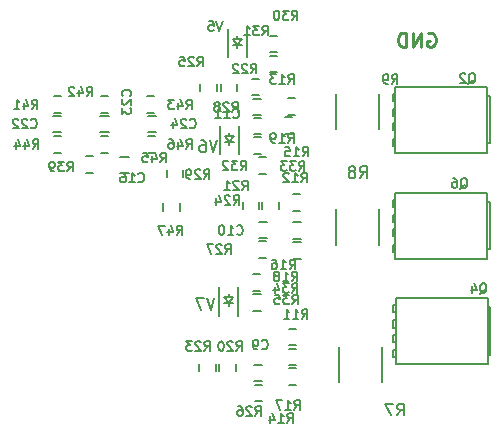
<source format=gbo>
G04 #@! TF.FileFunction,Legend,Bot*
%FSLAX46Y46*%
G04 Gerber Fmt 4.6, Leading zero omitted, Abs format (unit mm)*
G04 Created by KiCad (PCBNEW 4.0.6-e0-6349~53~ubuntu16.04.1) date Wed Mar  8 22:49:17 2017*
%MOMM*%
%LPD*%
G01*
G04 APERTURE LIST*
%ADD10C,0.100000*%
%ADD11C,0.250000*%
%ADD12C,0.150000*%
G04 APERTURE END LIST*
D10*
D11*
X175964285Y-80205000D02*
X176078571Y-80147857D01*
X176250000Y-80147857D01*
X176421428Y-80205000D01*
X176535714Y-80319286D01*
X176592857Y-80433571D01*
X176650000Y-80662143D01*
X176650000Y-80833571D01*
X176592857Y-81062143D01*
X176535714Y-81176429D01*
X176421428Y-81290714D01*
X176250000Y-81347857D01*
X176135714Y-81347857D01*
X175964285Y-81290714D01*
X175907142Y-81233571D01*
X175907142Y-80833571D01*
X176135714Y-80833571D01*
X175392857Y-81347857D02*
X175392857Y-80147857D01*
X174707142Y-81347857D01*
X174707142Y-80147857D01*
X174135714Y-81347857D02*
X174135714Y-80147857D01*
X173849999Y-80147857D01*
X173678571Y-80205000D01*
X173564285Y-80319286D01*
X173507142Y-80433571D01*
X173449999Y-80662143D01*
X173449999Y-80833571D01*
X173507142Y-81062143D01*
X173564285Y-81176429D01*
X173678571Y-81290714D01*
X173849999Y-81347857D01*
X174135714Y-81347857D01*
D12*
X159850000Y-80655000D02*
X159850000Y-80405000D01*
X159850000Y-81155000D02*
X159850000Y-81405000D01*
X159850000Y-81155000D02*
X160200000Y-80655000D01*
X160200000Y-80655000D02*
X159500000Y-80655000D01*
X159500000Y-80655000D02*
X159850000Y-81155000D01*
X160200000Y-81155000D02*
X159500000Y-81155000D01*
X159050000Y-82205000D02*
X159050000Y-79805000D01*
X160650000Y-82205000D02*
X160650000Y-79805000D01*
X164200000Y-109955000D02*
X164800000Y-109955000D01*
X164800000Y-108555000D02*
X164200000Y-108555000D01*
X172075000Y-109755000D02*
X172075000Y-106755000D01*
X168425000Y-106755000D02*
X168425000Y-109755000D01*
X159175000Y-88900000D02*
X159175000Y-88650000D01*
X159175000Y-89400000D02*
X159175000Y-89650000D01*
X159175000Y-89400000D02*
X159525000Y-88900000D01*
X159525000Y-88900000D02*
X158825000Y-88900000D01*
X158825000Y-88900000D02*
X159175000Y-89400000D01*
X159525000Y-89400000D02*
X158825000Y-89400000D01*
X158375000Y-90450000D02*
X158375000Y-88050000D01*
X159975000Y-90450000D02*
X159975000Y-88050000D01*
X159100000Y-102550000D02*
X159100000Y-102300000D01*
X159100000Y-103050000D02*
X159100000Y-103300000D01*
X159100000Y-103050000D02*
X159450000Y-102550000D01*
X159450000Y-102550000D02*
X158750000Y-102550000D01*
X158750000Y-102550000D02*
X159100000Y-103050000D01*
X159450000Y-103050000D02*
X158750000Y-103050000D01*
X158300000Y-104100000D02*
X158300000Y-101700000D01*
X159900000Y-104100000D02*
X159900000Y-101700000D01*
X171825000Y-98105000D02*
X171825000Y-95105000D01*
X168175000Y-95105000D02*
X168175000Y-98105000D01*
X181000000Y-89500000D02*
X181200000Y-89500000D01*
X181200000Y-89500000D02*
X181200000Y-85500000D01*
X181200000Y-85500000D02*
X181000000Y-85500000D01*
X173200000Y-85900000D02*
X173000000Y-85900000D01*
X173000000Y-85900000D02*
X173000000Y-85300000D01*
X173000000Y-85300000D02*
X173200000Y-85300000D01*
X173200000Y-87200000D02*
X173000000Y-87200000D01*
X173000000Y-87200000D02*
X173000000Y-86600000D01*
X173000000Y-86600000D02*
X173200000Y-86600000D01*
X173200000Y-88400000D02*
X173000000Y-88400000D01*
X173000000Y-88400000D02*
X173000000Y-87800000D01*
X173000000Y-87800000D02*
X173200000Y-87800000D01*
X173200000Y-89700000D02*
X173000000Y-89700000D01*
X173000000Y-89700000D02*
X173000000Y-89100000D01*
X173000000Y-89100000D02*
X173200000Y-89100000D01*
X181000000Y-90300000D02*
X181000000Y-84700000D01*
X181000000Y-84700000D02*
X173200000Y-84700000D01*
X173200000Y-84700000D02*
X173200000Y-90300000D01*
X173200000Y-90300000D02*
X181000000Y-90300000D01*
X181000000Y-98495000D02*
X181200000Y-98495000D01*
X181200000Y-98495000D02*
X181200000Y-94495000D01*
X181200000Y-94495000D02*
X181000000Y-94495000D01*
X173200000Y-94895000D02*
X173000000Y-94895000D01*
X173000000Y-94895000D02*
X173000000Y-94295000D01*
X173000000Y-94295000D02*
X173200000Y-94295000D01*
X173200000Y-96195000D02*
X173000000Y-96195000D01*
X173000000Y-96195000D02*
X173000000Y-95595000D01*
X173000000Y-95595000D02*
X173200000Y-95595000D01*
X173200000Y-97395000D02*
X173000000Y-97395000D01*
X173000000Y-97395000D02*
X173000000Y-96795000D01*
X173000000Y-96795000D02*
X173200000Y-96795000D01*
X173200000Y-98695000D02*
X173000000Y-98695000D01*
X173000000Y-98695000D02*
X173000000Y-98095000D01*
X173000000Y-98095000D02*
X173200000Y-98095000D01*
X181000000Y-99295000D02*
X181000000Y-93695000D01*
X181000000Y-93695000D02*
X173200000Y-93695000D01*
X173200000Y-93695000D02*
X173200000Y-99295000D01*
X173200000Y-99295000D02*
X181000000Y-99295000D01*
X181050000Y-107405000D02*
X181250000Y-107405000D01*
X181250000Y-107405000D02*
X181250000Y-103405000D01*
X181250000Y-103405000D02*
X181050000Y-103405000D01*
X173250000Y-103805000D02*
X173050000Y-103805000D01*
X173050000Y-103805000D02*
X173050000Y-103205000D01*
X173050000Y-103205000D02*
X173250000Y-103205000D01*
X173250000Y-105105000D02*
X173050000Y-105105000D01*
X173050000Y-105105000D02*
X173050000Y-104505000D01*
X173050000Y-104505000D02*
X173250000Y-104505000D01*
X173250000Y-106305000D02*
X173050000Y-106305000D01*
X173050000Y-106305000D02*
X173050000Y-105705000D01*
X173050000Y-105705000D02*
X173250000Y-105705000D01*
X173250000Y-107605000D02*
X173050000Y-107605000D01*
X173050000Y-107605000D02*
X173050000Y-107005000D01*
X173050000Y-107005000D02*
X173250000Y-107005000D01*
X181050000Y-108205000D02*
X181050000Y-102605000D01*
X181050000Y-102605000D02*
X173250000Y-102605000D01*
X173250000Y-102605000D02*
X173250000Y-108205000D01*
X173250000Y-108205000D02*
X181050000Y-108205000D01*
X168175000Y-85300000D02*
X168175000Y-88300000D01*
X171825000Y-88300000D02*
X171825000Y-85300000D01*
X162600000Y-81800000D02*
X163200000Y-81800000D01*
X163200000Y-80400000D02*
X162600000Y-80400000D01*
X162600000Y-83500000D02*
X163200000Y-83500000D01*
X163200000Y-82100000D02*
X162600000Y-82100000D01*
X161225000Y-90400000D02*
X161825000Y-90400000D01*
X161825000Y-89000000D02*
X161225000Y-89000000D01*
X161675000Y-92075000D02*
X162275000Y-92075000D01*
X162275000Y-90675000D02*
X161675000Y-90675000D01*
X161200000Y-102000000D02*
X161800000Y-102000000D01*
X161800000Y-100600000D02*
X161200000Y-100600000D01*
X161210000Y-103700000D02*
X161810000Y-103700000D01*
X161810000Y-102300000D02*
X161210000Y-102300000D01*
X163900000Y-88700000D02*
X164500000Y-88700000D01*
X164500000Y-87300000D02*
X163900000Y-87300000D01*
X164600000Y-99305000D02*
X165200000Y-99305000D01*
X165200000Y-97905000D02*
X164600000Y-97905000D01*
X164800000Y-106905000D02*
X164200000Y-106905000D01*
X164200000Y-108305000D02*
X164800000Y-108305000D01*
X165200000Y-96205000D02*
X164600000Y-96205000D01*
X164600000Y-97605000D02*
X165200000Y-97605000D01*
X164700000Y-85700000D02*
X164100000Y-85700000D01*
X164100000Y-87100000D02*
X164700000Y-87100000D01*
X158300000Y-108200000D02*
X158300000Y-108800000D01*
X159700000Y-108800000D02*
X159700000Y-108200000D01*
X163350000Y-95100000D02*
X163350000Y-94500000D01*
X161950000Y-94500000D02*
X161950000Y-95100000D01*
X159825000Y-85100000D02*
X159825000Y-84500000D01*
X158425000Y-84500000D02*
X158425000Y-85100000D01*
X158000000Y-108800000D02*
X158000000Y-108200000D01*
X156600000Y-108200000D02*
X156600000Y-108800000D01*
X160300000Y-94500000D02*
X160300000Y-95100000D01*
X161700000Y-95100000D02*
X161700000Y-94500000D01*
X156700000Y-84490000D02*
X156700000Y-85090000D01*
X158100000Y-85090000D02*
X158100000Y-84490000D01*
X161900000Y-109950000D02*
X161300000Y-109950000D01*
X161300000Y-111350000D02*
X161900000Y-111350000D01*
X162300000Y-97800000D02*
X161700000Y-97800000D01*
X161700000Y-99200000D02*
X162300000Y-99200000D01*
X161825000Y-87325000D02*
X161225000Y-87325000D01*
X161225000Y-88725000D02*
X161825000Y-88725000D01*
X153850000Y-91800000D02*
X153850000Y-92400000D01*
X155250000Y-92400000D02*
X155250000Y-91800000D01*
X161220000Y-109630000D02*
X161920000Y-109630000D01*
X161920000Y-108270000D02*
X161220000Y-108270000D01*
X161650000Y-97530000D02*
X162350000Y-97530000D01*
X162350000Y-96170000D02*
X161650000Y-96170000D01*
X161150000Y-87080000D02*
X161850000Y-87080000D01*
X161850000Y-85720000D02*
X161150000Y-85720000D01*
X164200000Y-106605000D02*
X164800000Y-106605000D01*
X164800000Y-105205000D02*
X164200000Y-105205000D01*
X164550000Y-95200000D02*
X165150000Y-95200000D01*
X165150000Y-93800000D02*
X164550000Y-93800000D01*
X161075000Y-85450000D02*
X161675000Y-85450000D01*
X161675000Y-84050000D02*
X161075000Y-84050000D01*
X144250000Y-88580000D02*
X144950000Y-88580000D01*
X144950000Y-87220000D02*
X144250000Y-87220000D01*
X148950000Y-87220000D02*
X148250000Y-87220000D01*
X148250000Y-88580000D02*
X148950000Y-88580000D01*
X152950000Y-87220000D02*
X152250000Y-87220000D01*
X152250000Y-88580000D02*
X152950000Y-88580000D01*
X147650000Y-90605000D02*
X147050000Y-90605000D01*
X147050000Y-92005000D02*
X147650000Y-92005000D01*
X144890000Y-85500000D02*
X144290000Y-85500000D01*
X144290000Y-86900000D02*
X144890000Y-86900000D01*
X148300000Y-86900000D02*
X148900000Y-86900000D01*
X148900000Y-85500000D02*
X148300000Y-85500000D01*
X152200000Y-86900000D02*
X152800000Y-86900000D01*
X152800000Y-85500000D02*
X152200000Y-85500000D01*
X144300000Y-90300000D02*
X144900000Y-90300000D01*
X144900000Y-88900000D02*
X144300000Y-88900000D01*
X148900000Y-88900000D02*
X148300000Y-88900000D01*
X148300000Y-90300000D02*
X148900000Y-90300000D01*
X152900000Y-88900000D02*
X152300000Y-88900000D01*
X152300000Y-90300000D02*
X152900000Y-90300000D01*
X153550000Y-94600000D02*
X153550000Y-95200000D01*
X154950000Y-95200000D02*
X154950000Y-94600000D01*
X149950000Y-91985000D02*
X150650000Y-91985000D01*
X150650000Y-90625000D02*
X149950000Y-90625000D01*
X158597619Y-79166905D02*
X158330952Y-79966905D01*
X158064285Y-79166905D01*
X157416666Y-79166905D02*
X157797619Y-79166905D01*
X157835714Y-79547857D01*
X157797619Y-79509762D01*
X157721428Y-79471667D01*
X157530952Y-79471667D01*
X157454762Y-79509762D01*
X157416666Y-79547857D01*
X157378571Y-79624048D01*
X157378571Y-79814524D01*
X157416666Y-79890714D01*
X157454762Y-79928810D01*
X157530952Y-79966905D01*
X157721428Y-79966905D01*
X157797619Y-79928810D01*
X157835714Y-79890714D01*
X164064286Y-113166905D02*
X164330953Y-112785952D01*
X164521429Y-113166905D02*
X164521429Y-112366905D01*
X164216667Y-112366905D01*
X164140476Y-112405000D01*
X164102381Y-112443095D01*
X164064286Y-112519286D01*
X164064286Y-112633571D01*
X164102381Y-112709762D01*
X164140476Y-112747857D01*
X164216667Y-112785952D01*
X164521429Y-112785952D01*
X163302381Y-113166905D02*
X163759524Y-113166905D01*
X163530953Y-113166905D02*
X163530953Y-112366905D01*
X163607143Y-112481190D01*
X163683334Y-112557381D01*
X163759524Y-112595476D01*
X162616667Y-112633571D02*
X162616667Y-113166905D01*
X162807143Y-112328810D02*
X162997619Y-112900238D01*
X162502381Y-112900238D01*
X173386666Y-112542381D02*
X173720000Y-112066190D01*
X173958095Y-112542381D02*
X173958095Y-111542381D01*
X173577142Y-111542381D01*
X173481904Y-111590000D01*
X173434285Y-111637619D01*
X173386666Y-111732857D01*
X173386666Y-111875714D01*
X173434285Y-111970952D01*
X173481904Y-112018571D01*
X173577142Y-112066190D01*
X173958095Y-112066190D01*
X173053333Y-111542381D02*
X172386666Y-111542381D01*
X172815238Y-112542381D01*
X158159524Y-89257381D02*
X157826191Y-90257381D01*
X157492857Y-89257381D01*
X156730952Y-89257381D02*
X156921429Y-89257381D01*
X157016667Y-89305000D01*
X157064286Y-89352619D01*
X157159524Y-89495476D01*
X157207143Y-89685952D01*
X157207143Y-90066905D01*
X157159524Y-90162143D01*
X157111905Y-90209762D01*
X157016667Y-90257381D01*
X156826190Y-90257381D01*
X156730952Y-90209762D01*
X156683333Y-90162143D01*
X156635714Y-90066905D01*
X156635714Y-89828810D01*
X156683333Y-89733571D01*
X156730952Y-89685952D01*
X156826190Y-89638333D01*
X157016667Y-89638333D01*
X157111905Y-89685952D01*
X157159524Y-89733571D01*
X157207143Y-89828810D01*
X157909524Y-102602381D02*
X157576191Y-103602381D01*
X157242857Y-102602381D01*
X157004762Y-102602381D02*
X156338095Y-102602381D01*
X156766667Y-103602381D01*
X170216666Y-92452381D02*
X170550000Y-91976190D01*
X170788095Y-92452381D02*
X170788095Y-91452381D01*
X170407142Y-91452381D01*
X170311904Y-91500000D01*
X170264285Y-91547619D01*
X170216666Y-91642857D01*
X170216666Y-91785714D01*
X170264285Y-91880952D01*
X170311904Y-91928571D01*
X170407142Y-91976190D01*
X170788095Y-91976190D01*
X169645238Y-91880952D02*
X169740476Y-91833333D01*
X169788095Y-91785714D01*
X169835714Y-91690476D01*
X169835714Y-91642857D01*
X169788095Y-91547619D01*
X169740476Y-91500000D01*
X169645238Y-91452381D01*
X169454761Y-91452381D01*
X169359523Y-91500000D01*
X169311904Y-91547619D01*
X169264285Y-91642857D01*
X169264285Y-91690476D01*
X169311904Y-91785714D01*
X169359523Y-91833333D01*
X169454761Y-91880952D01*
X169645238Y-91880952D01*
X169740476Y-91928571D01*
X169788095Y-91976190D01*
X169835714Y-92071429D01*
X169835714Y-92261905D01*
X169788095Y-92357143D01*
X169740476Y-92404762D01*
X169645238Y-92452381D01*
X169454761Y-92452381D01*
X169359523Y-92404762D01*
X169311904Y-92357143D01*
X169264285Y-92261905D01*
X169264285Y-92071429D01*
X169311904Y-91976190D01*
X169359523Y-91928571D01*
X169454761Y-91880952D01*
X179416190Y-84448095D02*
X179492381Y-84410000D01*
X179568571Y-84333810D01*
X179682857Y-84219524D01*
X179759048Y-84181429D01*
X179835238Y-84181429D01*
X179797143Y-84371905D02*
X179873333Y-84333810D01*
X179949524Y-84257619D01*
X179987619Y-84105238D01*
X179987619Y-83838571D01*
X179949524Y-83686190D01*
X179873333Y-83610000D01*
X179797143Y-83571905D01*
X179644762Y-83571905D01*
X179568571Y-83610000D01*
X179492381Y-83686190D01*
X179454286Y-83838571D01*
X179454286Y-84105238D01*
X179492381Y-84257619D01*
X179568571Y-84333810D01*
X179644762Y-84371905D01*
X179797143Y-84371905D01*
X179149524Y-83648095D02*
X179111429Y-83610000D01*
X179035238Y-83571905D01*
X178844762Y-83571905D01*
X178768572Y-83610000D01*
X178730476Y-83648095D01*
X178692381Y-83724286D01*
X178692381Y-83800476D01*
X178730476Y-83914762D01*
X179187619Y-84371905D01*
X178692381Y-84371905D01*
X178726190Y-93343095D02*
X178802381Y-93305000D01*
X178878571Y-93228810D01*
X178992857Y-93114524D01*
X179069048Y-93076429D01*
X179145238Y-93076429D01*
X179107143Y-93266905D02*
X179183333Y-93228810D01*
X179259524Y-93152619D01*
X179297619Y-93000238D01*
X179297619Y-92733571D01*
X179259524Y-92581190D01*
X179183333Y-92505000D01*
X179107143Y-92466905D01*
X178954762Y-92466905D01*
X178878571Y-92505000D01*
X178802381Y-92581190D01*
X178764286Y-92733571D01*
X178764286Y-93000238D01*
X178802381Y-93152619D01*
X178878571Y-93228810D01*
X178954762Y-93266905D01*
X179107143Y-93266905D01*
X178078572Y-92466905D02*
X178230953Y-92466905D01*
X178307143Y-92505000D01*
X178345238Y-92543095D01*
X178421429Y-92657381D01*
X178459524Y-92809762D01*
X178459524Y-93114524D01*
X178421429Y-93190714D01*
X178383334Y-93228810D01*
X178307143Y-93266905D01*
X178154762Y-93266905D01*
X178078572Y-93228810D01*
X178040476Y-93190714D01*
X178002381Y-93114524D01*
X178002381Y-92924048D01*
X178040476Y-92847857D01*
X178078572Y-92809762D01*
X178154762Y-92771667D01*
X178307143Y-92771667D01*
X178383334Y-92809762D01*
X178421429Y-92847857D01*
X178459524Y-92924048D01*
X180366190Y-102228095D02*
X180442381Y-102190000D01*
X180518571Y-102113810D01*
X180632857Y-101999524D01*
X180709048Y-101961429D01*
X180785238Y-101961429D01*
X180747143Y-102151905D02*
X180823333Y-102113810D01*
X180899524Y-102037619D01*
X180937619Y-101885238D01*
X180937619Y-101618571D01*
X180899524Y-101466190D01*
X180823333Y-101390000D01*
X180747143Y-101351905D01*
X180594762Y-101351905D01*
X180518571Y-101390000D01*
X180442381Y-101466190D01*
X180404286Y-101618571D01*
X180404286Y-101885238D01*
X180442381Y-102037619D01*
X180518571Y-102113810D01*
X180594762Y-102151905D01*
X180747143Y-102151905D01*
X179718572Y-101618571D02*
X179718572Y-102151905D01*
X179909048Y-101313810D02*
X180099524Y-101885238D01*
X179604286Y-101885238D01*
X172943333Y-84461905D02*
X173210000Y-84080952D01*
X173400476Y-84461905D02*
X173400476Y-83661905D01*
X173095714Y-83661905D01*
X173019523Y-83700000D01*
X172981428Y-83738095D01*
X172943333Y-83814286D01*
X172943333Y-83928571D01*
X172981428Y-84004762D01*
X173019523Y-84042857D01*
X173095714Y-84080952D01*
X173400476Y-84080952D01*
X172562381Y-84461905D02*
X172410000Y-84461905D01*
X172333809Y-84423810D01*
X172295714Y-84385714D01*
X172219523Y-84271429D01*
X172181428Y-84119048D01*
X172181428Y-83814286D01*
X172219523Y-83738095D01*
X172257619Y-83700000D01*
X172333809Y-83661905D01*
X172486190Y-83661905D01*
X172562381Y-83700000D01*
X172600476Y-83738095D01*
X172638571Y-83814286D01*
X172638571Y-84004762D01*
X172600476Y-84080952D01*
X172562381Y-84119048D01*
X172486190Y-84157143D01*
X172333809Y-84157143D01*
X172257619Y-84119048D01*
X172219523Y-84080952D01*
X172181428Y-84004762D01*
X164464286Y-79066905D02*
X164730953Y-78685952D01*
X164921429Y-79066905D02*
X164921429Y-78266905D01*
X164616667Y-78266905D01*
X164540476Y-78305000D01*
X164502381Y-78343095D01*
X164464286Y-78419286D01*
X164464286Y-78533571D01*
X164502381Y-78609762D01*
X164540476Y-78647857D01*
X164616667Y-78685952D01*
X164921429Y-78685952D01*
X164197619Y-78266905D02*
X163702381Y-78266905D01*
X163969048Y-78571667D01*
X163854762Y-78571667D01*
X163778572Y-78609762D01*
X163740476Y-78647857D01*
X163702381Y-78724048D01*
X163702381Y-78914524D01*
X163740476Y-78990714D01*
X163778572Y-79028810D01*
X163854762Y-79066905D01*
X164083334Y-79066905D01*
X164159524Y-79028810D01*
X164197619Y-78990714D01*
X163207143Y-78266905D02*
X163130952Y-78266905D01*
X163054762Y-78305000D01*
X163016667Y-78343095D01*
X162978571Y-78419286D01*
X162940476Y-78571667D01*
X162940476Y-78762143D01*
X162978571Y-78914524D01*
X163016667Y-78990714D01*
X163054762Y-79028810D01*
X163130952Y-79066905D01*
X163207143Y-79066905D01*
X163283333Y-79028810D01*
X163321429Y-78990714D01*
X163359524Y-78914524D01*
X163397619Y-78762143D01*
X163397619Y-78571667D01*
X163359524Y-78419286D01*
X163321429Y-78343095D01*
X163283333Y-78305000D01*
X163207143Y-78266905D01*
X161964286Y-80366905D02*
X162230953Y-79985952D01*
X162421429Y-80366905D02*
X162421429Y-79566905D01*
X162116667Y-79566905D01*
X162040476Y-79605000D01*
X162002381Y-79643095D01*
X161964286Y-79719286D01*
X161964286Y-79833571D01*
X162002381Y-79909762D01*
X162040476Y-79947857D01*
X162116667Y-79985952D01*
X162421429Y-79985952D01*
X161697619Y-79566905D02*
X161202381Y-79566905D01*
X161469048Y-79871667D01*
X161354762Y-79871667D01*
X161278572Y-79909762D01*
X161240476Y-79947857D01*
X161202381Y-80024048D01*
X161202381Y-80214524D01*
X161240476Y-80290714D01*
X161278572Y-80328810D01*
X161354762Y-80366905D01*
X161583334Y-80366905D01*
X161659524Y-80328810D01*
X161697619Y-80290714D01*
X160440476Y-80366905D02*
X160897619Y-80366905D01*
X160669048Y-80366905D02*
X160669048Y-79566905D01*
X160745238Y-79681190D01*
X160821429Y-79757381D01*
X160897619Y-79795476D01*
X160114286Y-91766905D02*
X160380953Y-91385952D01*
X160571429Y-91766905D02*
X160571429Y-90966905D01*
X160266667Y-90966905D01*
X160190476Y-91005000D01*
X160152381Y-91043095D01*
X160114286Y-91119286D01*
X160114286Y-91233571D01*
X160152381Y-91309762D01*
X160190476Y-91347857D01*
X160266667Y-91385952D01*
X160571429Y-91385952D01*
X159847619Y-90966905D02*
X159352381Y-90966905D01*
X159619048Y-91271667D01*
X159504762Y-91271667D01*
X159428572Y-91309762D01*
X159390476Y-91347857D01*
X159352381Y-91424048D01*
X159352381Y-91614524D01*
X159390476Y-91690714D01*
X159428572Y-91728810D01*
X159504762Y-91766905D01*
X159733334Y-91766905D01*
X159809524Y-91728810D01*
X159847619Y-91690714D01*
X159047619Y-91043095D02*
X159009524Y-91005000D01*
X158933333Y-90966905D01*
X158742857Y-90966905D01*
X158666667Y-91005000D01*
X158628571Y-91043095D01*
X158590476Y-91119286D01*
X158590476Y-91195476D01*
X158628571Y-91309762D01*
X159085714Y-91766905D01*
X158590476Y-91766905D01*
X165064286Y-91816905D02*
X165330953Y-91435952D01*
X165521429Y-91816905D02*
X165521429Y-91016905D01*
X165216667Y-91016905D01*
X165140476Y-91055000D01*
X165102381Y-91093095D01*
X165064286Y-91169286D01*
X165064286Y-91283571D01*
X165102381Y-91359762D01*
X165140476Y-91397857D01*
X165216667Y-91435952D01*
X165521429Y-91435952D01*
X164797619Y-91016905D02*
X164302381Y-91016905D01*
X164569048Y-91321667D01*
X164454762Y-91321667D01*
X164378572Y-91359762D01*
X164340476Y-91397857D01*
X164302381Y-91474048D01*
X164302381Y-91664524D01*
X164340476Y-91740714D01*
X164378572Y-91778810D01*
X164454762Y-91816905D01*
X164683334Y-91816905D01*
X164759524Y-91778810D01*
X164797619Y-91740714D01*
X164035714Y-91016905D02*
X163540476Y-91016905D01*
X163807143Y-91321667D01*
X163692857Y-91321667D01*
X163616667Y-91359762D01*
X163578571Y-91397857D01*
X163540476Y-91474048D01*
X163540476Y-91664524D01*
X163578571Y-91740714D01*
X163616667Y-91778810D01*
X163692857Y-91816905D01*
X163921429Y-91816905D01*
X163997619Y-91778810D01*
X164035714Y-91740714D01*
X164464286Y-102166905D02*
X164730953Y-101785952D01*
X164921429Y-102166905D02*
X164921429Y-101366905D01*
X164616667Y-101366905D01*
X164540476Y-101405000D01*
X164502381Y-101443095D01*
X164464286Y-101519286D01*
X164464286Y-101633571D01*
X164502381Y-101709762D01*
X164540476Y-101747857D01*
X164616667Y-101785952D01*
X164921429Y-101785952D01*
X164197619Y-101366905D02*
X163702381Y-101366905D01*
X163969048Y-101671667D01*
X163854762Y-101671667D01*
X163778572Y-101709762D01*
X163740476Y-101747857D01*
X163702381Y-101824048D01*
X163702381Y-102014524D01*
X163740476Y-102090714D01*
X163778572Y-102128810D01*
X163854762Y-102166905D01*
X164083334Y-102166905D01*
X164159524Y-102128810D01*
X164197619Y-102090714D01*
X163016667Y-101633571D02*
X163016667Y-102166905D01*
X163207143Y-101328810D02*
X163397619Y-101900238D01*
X162902381Y-101900238D01*
X164504286Y-103131905D02*
X164770953Y-102750952D01*
X164961429Y-103131905D02*
X164961429Y-102331905D01*
X164656667Y-102331905D01*
X164580476Y-102370000D01*
X164542381Y-102408095D01*
X164504286Y-102484286D01*
X164504286Y-102598571D01*
X164542381Y-102674762D01*
X164580476Y-102712857D01*
X164656667Y-102750952D01*
X164961429Y-102750952D01*
X164237619Y-102331905D02*
X163742381Y-102331905D01*
X164009048Y-102636667D01*
X163894762Y-102636667D01*
X163818572Y-102674762D01*
X163780476Y-102712857D01*
X163742381Y-102789048D01*
X163742381Y-102979524D01*
X163780476Y-103055714D01*
X163818572Y-103093810D01*
X163894762Y-103131905D01*
X164123334Y-103131905D01*
X164199524Y-103093810D01*
X164237619Y-103055714D01*
X163018571Y-102331905D02*
X163399524Y-102331905D01*
X163437619Y-102712857D01*
X163399524Y-102674762D01*
X163323333Y-102636667D01*
X163132857Y-102636667D01*
X163056667Y-102674762D01*
X163018571Y-102712857D01*
X162980476Y-102789048D01*
X162980476Y-102979524D01*
X163018571Y-103055714D01*
X163056667Y-103093810D01*
X163132857Y-103131905D01*
X163323333Y-103131905D01*
X163399524Y-103093810D01*
X163437619Y-103055714D01*
X165364286Y-90616905D02*
X165630953Y-90235952D01*
X165821429Y-90616905D02*
X165821429Y-89816905D01*
X165516667Y-89816905D01*
X165440476Y-89855000D01*
X165402381Y-89893095D01*
X165364286Y-89969286D01*
X165364286Y-90083571D01*
X165402381Y-90159762D01*
X165440476Y-90197857D01*
X165516667Y-90235952D01*
X165821429Y-90235952D01*
X164602381Y-90616905D02*
X165059524Y-90616905D01*
X164830953Y-90616905D02*
X164830953Y-89816905D01*
X164907143Y-89931190D01*
X164983334Y-90007381D01*
X165059524Y-90045476D01*
X163878571Y-89816905D02*
X164259524Y-89816905D01*
X164297619Y-90197857D01*
X164259524Y-90159762D01*
X164183333Y-90121667D01*
X163992857Y-90121667D01*
X163916667Y-90159762D01*
X163878571Y-90197857D01*
X163840476Y-90274048D01*
X163840476Y-90464524D01*
X163878571Y-90540714D01*
X163916667Y-90578810D01*
X163992857Y-90616905D01*
X164183333Y-90616905D01*
X164259524Y-90578810D01*
X164297619Y-90540714D01*
X164264286Y-100166905D02*
X164530953Y-99785952D01*
X164721429Y-100166905D02*
X164721429Y-99366905D01*
X164416667Y-99366905D01*
X164340476Y-99405000D01*
X164302381Y-99443095D01*
X164264286Y-99519286D01*
X164264286Y-99633571D01*
X164302381Y-99709762D01*
X164340476Y-99747857D01*
X164416667Y-99785952D01*
X164721429Y-99785952D01*
X163502381Y-100166905D02*
X163959524Y-100166905D01*
X163730953Y-100166905D02*
X163730953Y-99366905D01*
X163807143Y-99481190D01*
X163883334Y-99557381D01*
X163959524Y-99595476D01*
X162816667Y-99366905D02*
X162969048Y-99366905D01*
X163045238Y-99405000D01*
X163083333Y-99443095D01*
X163159524Y-99557381D01*
X163197619Y-99709762D01*
X163197619Y-100014524D01*
X163159524Y-100090714D01*
X163121429Y-100128810D01*
X163045238Y-100166905D01*
X162892857Y-100166905D01*
X162816667Y-100128810D01*
X162778571Y-100090714D01*
X162740476Y-100014524D01*
X162740476Y-99824048D01*
X162778571Y-99747857D01*
X162816667Y-99709762D01*
X162892857Y-99671667D01*
X163045238Y-99671667D01*
X163121429Y-99709762D01*
X163159524Y-99747857D01*
X163197619Y-99824048D01*
X164664286Y-112066905D02*
X164930953Y-111685952D01*
X165121429Y-112066905D02*
X165121429Y-111266905D01*
X164816667Y-111266905D01*
X164740476Y-111305000D01*
X164702381Y-111343095D01*
X164664286Y-111419286D01*
X164664286Y-111533571D01*
X164702381Y-111609762D01*
X164740476Y-111647857D01*
X164816667Y-111685952D01*
X165121429Y-111685952D01*
X163902381Y-112066905D02*
X164359524Y-112066905D01*
X164130953Y-112066905D02*
X164130953Y-111266905D01*
X164207143Y-111381190D01*
X164283334Y-111457381D01*
X164359524Y-111495476D01*
X163635714Y-111266905D02*
X163102381Y-111266905D01*
X163445238Y-112066905D01*
X164464286Y-101166905D02*
X164730953Y-100785952D01*
X164921429Y-101166905D02*
X164921429Y-100366905D01*
X164616667Y-100366905D01*
X164540476Y-100405000D01*
X164502381Y-100443095D01*
X164464286Y-100519286D01*
X164464286Y-100633571D01*
X164502381Y-100709762D01*
X164540476Y-100747857D01*
X164616667Y-100785952D01*
X164921429Y-100785952D01*
X163702381Y-101166905D02*
X164159524Y-101166905D01*
X163930953Y-101166905D02*
X163930953Y-100366905D01*
X164007143Y-100481190D01*
X164083334Y-100557381D01*
X164159524Y-100595476D01*
X163245238Y-100709762D02*
X163321429Y-100671667D01*
X163359524Y-100633571D01*
X163397619Y-100557381D01*
X163397619Y-100519286D01*
X163359524Y-100443095D01*
X163321429Y-100405000D01*
X163245238Y-100366905D01*
X163092857Y-100366905D01*
X163016667Y-100405000D01*
X162978571Y-100443095D01*
X162940476Y-100519286D01*
X162940476Y-100557381D01*
X162978571Y-100633571D01*
X163016667Y-100671667D01*
X163092857Y-100709762D01*
X163245238Y-100709762D01*
X163321429Y-100747857D01*
X163359524Y-100785952D01*
X163397619Y-100862143D01*
X163397619Y-101014524D01*
X163359524Y-101090714D01*
X163321429Y-101128810D01*
X163245238Y-101166905D01*
X163092857Y-101166905D01*
X163016667Y-101128810D01*
X162978571Y-101090714D01*
X162940476Y-101014524D01*
X162940476Y-100862143D01*
X162978571Y-100785952D01*
X163016667Y-100747857D01*
X163092857Y-100709762D01*
X164164286Y-89466905D02*
X164430953Y-89085952D01*
X164621429Y-89466905D02*
X164621429Y-88666905D01*
X164316667Y-88666905D01*
X164240476Y-88705000D01*
X164202381Y-88743095D01*
X164164286Y-88819286D01*
X164164286Y-88933571D01*
X164202381Y-89009762D01*
X164240476Y-89047857D01*
X164316667Y-89085952D01*
X164621429Y-89085952D01*
X163402381Y-89466905D02*
X163859524Y-89466905D01*
X163630953Y-89466905D02*
X163630953Y-88666905D01*
X163707143Y-88781190D01*
X163783334Y-88857381D01*
X163859524Y-88895476D01*
X163021429Y-89466905D02*
X162869048Y-89466905D01*
X162792857Y-89428810D01*
X162754762Y-89390714D01*
X162678571Y-89276429D01*
X162640476Y-89124048D01*
X162640476Y-88819286D01*
X162678571Y-88743095D01*
X162716667Y-88705000D01*
X162792857Y-88666905D01*
X162945238Y-88666905D01*
X163021429Y-88705000D01*
X163059524Y-88743095D01*
X163097619Y-88819286D01*
X163097619Y-89009762D01*
X163059524Y-89085952D01*
X163021429Y-89124048D01*
X162945238Y-89162143D01*
X162792857Y-89162143D01*
X162716667Y-89124048D01*
X162678571Y-89085952D01*
X162640476Y-89009762D01*
X159764286Y-107066905D02*
X160030953Y-106685952D01*
X160221429Y-107066905D02*
X160221429Y-106266905D01*
X159916667Y-106266905D01*
X159840476Y-106305000D01*
X159802381Y-106343095D01*
X159764286Y-106419286D01*
X159764286Y-106533571D01*
X159802381Y-106609762D01*
X159840476Y-106647857D01*
X159916667Y-106685952D01*
X160221429Y-106685952D01*
X159459524Y-106343095D02*
X159421429Y-106305000D01*
X159345238Y-106266905D01*
X159154762Y-106266905D01*
X159078572Y-106305000D01*
X159040476Y-106343095D01*
X159002381Y-106419286D01*
X159002381Y-106495476D01*
X159040476Y-106609762D01*
X159497619Y-107066905D01*
X159002381Y-107066905D01*
X158507143Y-106266905D02*
X158430952Y-106266905D01*
X158354762Y-106305000D01*
X158316667Y-106343095D01*
X158278571Y-106419286D01*
X158240476Y-106571667D01*
X158240476Y-106762143D01*
X158278571Y-106914524D01*
X158316667Y-106990714D01*
X158354762Y-107028810D01*
X158430952Y-107066905D01*
X158507143Y-107066905D01*
X158583333Y-107028810D01*
X158621429Y-106990714D01*
X158659524Y-106914524D01*
X158697619Y-106762143D01*
X158697619Y-106571667D01*
X158659524Y-106419286D01*
X158621429Y-106343095D01*
X158583333Y-106305000D01*
X158507143Y-106266905D01*
X160264286Y-93461905D02*
X160530953Y-93080952D01*
X160721429Y-93461905D02*
X160721429Y-92661905D01*
X160416667Y-92661905D01*
X160340476Y-92700000D01*
X160302381Y-92738095D01*
X160264286Y-92814286D01*
X160264286Y-92928571D01*
X160302381Y-93004762D01*
X160340476Y-93042857D01*
X160416667Y-93080952D01*
X160721429Y-93080952D01*
X159959524Y-92738095D02*
X159921429Y-92700000D01*
X159845238Y-92661905D01*
X159654762Y-92661905D01*
X159578572Y-92700000D01*
X159540476Y-92738095D01*
X159502381Y-92814286D01*
X159502381Y-92890476D01*
X159540476Y-93004762D01*
X159997619Y-93461905D01*
X159502381Y-93461905D01*
X158740476Y-93461905D02*
X159197619Y-93461905D01*
X158969048Y-93461905D02*
X158969048Y-92661905D01*
X159045238Y-92776190D01*
X159121429Y-92852381D01*
X159197619Y-92890476D01*
X161004286Y-83591905D02*
X161270953Y-83210952D01*
X161461429Y-83591905D02*
X161461429Y-82791905D01*
X161156667Y-82791905D01*
X161080476Y-82830000D01*
X161042381Y-82868095D01*
X161004286Y-82944286D01*
X161004286Y-83058571D01*
X161042381Y-83134762D01*
X161080476Y-83172857D01*
X161156667Y-83210952D01*
X161461429Y-83210952D01*
X160699524Y-82868095D02*
X160661429Y-82830000D01*
X160585238Y-82791905D01*
X160394762Y-82791905D01*
X160318572Y-82830000D01*
X160280476Y-82868095D01*
X160242381Y-82944286D01*
X160242381Y-83020476D01*
X160280476Y-83134762D01*
X160737619Y-83591905D01*
X160242381Y-83591905D01*
X159937619Y-82868095D02*
X159899524Y-82830000D01*
X159823333Y-82791905D01*
X159632857Y-82791905D01*
X159556667Y-82830000D01*
X159518571Y-82868095D01*
X159480476Y-82944286D01*
X159480476Y-83020476D01*
X159518571Y-83134762D01*
X159975714Y-83591905D01*
X159480476Y-83591905D01*
X157064286Y-107066905D02*
X157330953Y-106685952D01*
X157521429Y-107066905D02*
X157521429Y-106266905D01*
X157216667Y-106266905D01*
X157140476Y-106305000D01*
X157102381Y-106343095D01*
X157064286Y-106419286D01*
X157064286Y-106533571D01*
X157102381Y-106609762D01*
X157140476Y-106647857D01*
X157216667Y-106685952D01*
X157521429Y-106685952D01*
X156759524Y-106343095D02*
X156721429Y-106305000D01*
X156645238Y-106266905D01*
X156454762Y-106266905D01*
X156378572Y-106305000D01*
X156340476Y-106343095D01*
X156302381Y-106419286D01*
X156302381Y-106495476D01*
X156340476Y-106609762D01*
X156797619Y-107066905D01*
X156302381Y-107066905D01*
X156035714Y-106266905D02*
X155540476Y-106266905D01*
X155807143Y-106571667D01*
X155692857Y-106571667D01*
X155616667Y-106609762D01*
X155578571Y-106647857D01*
X155540476Y-106724048D01*
X155540476Y-106914524D01*
X155578571Y-106990714D01*
X155616667Y-107028810D01*
X155692857Y-107066905D01*
X155921429Y-107066905D01*
X155997619Y-107028810D01*
X156035714Y-106990714D01*
X159524286Y-94701905D02*
X159790953Y-94320952D01*
X159981429Y-94701905D02*
X159981429Y-93901905D01*
X159676667Y-93901905D01*
X159600476Y-93940000D01*
X159562381Y-93978095D01*
X159524286Y-94054286D01*
X159524286Y-94168571D01*
X159562381Y-94244762D01*
X159600476Y-94282857D01*
X159676667Y-94320952D01*
X159981429Y-94320952D01*
X159219524Y-93978095D02*
X159181429Y-93940000D01*
X159105238Y-93901905D01*
X158914762Y-93901905D01*
X158838572Y-93940000D01*
X158800476Y-93978095D01*
X158762381Y-94054286D01*
X158762381Y-94130476D01*
X158800476Y-94244762D01*
X159257619Y-94701905D01*
X158762381Y-94701905D01*
X158076667Y-94168571D02*
X158076667Y-94701905D01*
X158267143Y-93863810D02*
X158457619Y-94435238D01*
X157962381Y-94435238D01*
X156464286Y-82966905D02*
X156730953Y-82585952D01*
X156921429Y-82966905D02*
X156921429Y-82166905D01*
X156616667Y-82166905D01*
X156540476Y-82205000D01*
X156502381Y-82243095D01*
X156464286Y-82319286D01*
X156464286Y-82433571D01*
X156502381Y-82509762D01*
X156540476Y-82547857D01*
X156616667Y-82585952D01*
X156921429Y-82585952D01*
X156159524Y-82243095D02*
X156121429Y-82205000D01*
X156045238Y-82166905D01*
X155854762Y-82166905D01*
X155778572Y-82205000D01*
X155740476Y-82243095D01*
X155702381Y-82319286D01*
X155702381Y-82395476D01*
X155740476Y-82509762D01*
X156197619Y-82966905D01*
X155702381Y-82966905D01*
X154978571Y-82166905D02*
X155359524Y-82166905D01*
X155397619Y-82547857D01*
X155359524Y-82509762D01*
X155283333Y-82471667D01*
X155092857Y-82471667D01*
X155016667Y-82509762D01*
X154978571Y-82547857D01*
X154940476Y-82624048D01*
X154940476Y-82814524D01*
X154978571Y-82890714D01*
X155016667Y-82928810D01*
X155092857Y-82966905D01*
X155283333Y-82966905D01*
X155359524Y-82928810D01*
X155397619Y-82890714D01*
X161364286Y-112566905D02*
X161630953Y-112185952D01*
X161821429Y-112566905D02*
X161821429Y-111766905D01*
X161516667Y-111766905D01*
X161440476Y-111805000D01*
X161402381Y-111843095D01*
X161364286Y-111919286D01*
X161364286Y-112033571D01*
X161402381Y-112109762D01*
X161440476Y-112147857D01*
X161516667Y-112185952D01*
X161821429Y-112185952D01*
X161059524Y-111843095D02*
X161021429Y-111805000D01*
X160945238Y-111766905D01*
X160754762Y-111766905D01*
X160678572Y-111805000D01*
X160640476Y-111843095D01*
X160602381Y-111919286D01*
X160602381Y-111995476D01*
X160640476Y-112109762D01*
X161097619Y-112566905D01*
X160602381Y-112566905D01*
X159916667Y-111766905D02*
X160069048Y-111766905D01*
X160145238Y-111805000D01*
X160183333Y-111843095D01*
X160259524Y-111957381D01*
X160297619Y-112109762D01*
X160297619Y-112414524D01*
X160259524Y-112490714D01*
X160221429Y-112528810D01*
X160145238Y-112566905D01*
X159992857Y-112566905D01*
X159916667Y-112528810D01*
X159878571Y-112490714D01*
X159840476Y-112414524D01*
X159840476Y-112224048D01*
X159878571Y-112147857D01*
X159916667Y-112109762D01*
X159992857Y-112071667D01*
X160145238Y-112071667D01*
X160221429Y-112109762D01*
X160259524Y-112147857D01*
X160297619Y-112224048D01*
X158814286Y-98861905D02*
X159080953Y-98480952D01*
X159271429Y-98861905D02*
X159271429Y-98061905D01*
X158966667Y-98061905D01*
X158890476Y-98100000D01*
X158852381Y-98138095D01*
X158814286Y-98214286D01*
X158814286Y-98328571D01*
X158852381Y-98404762D01*
X158890476Y-98442857D01*
X158966667Y-98480952D01*
X159271429Y-98480952D01*
X158509524Y-98138095D02*
X158471429Y-98100000D01*
X158395238Y-98061905D01*
X158204762Y-98061905D01*
X158128572Y-98100000D01*
X158090476Y-98138095D01*
X158052381Y-98214286D01*
X158052381Y-98290476D01*
X158090476Y-98404762D01*
X158547619Y-98861905D01*
X158052381Y-98861905D01*
X157785714Y-98061905D02*
X157252381Y-98061905D01*
X157595238Y-98861905D01*
X159414286Y-86816905D02*
X159680953Y-86435952D01*
X159871429Y-86816905D02*
X159871429Y-86016905D01*
X159566667Y-86016905D01*
X159490476Y-86055000D01*
X159452381Y-86093095D01*
X159414286Y-86169286D01*
X159414286Y-86283571D01*
X159452381Y-86359762D01*
X159490476Y-86397857D01*
X159566667Y-86435952D01*
X159871429Y-86435952D01*
X159109524Y-86093095D02*
X159071429Y-86055000D01*
X158995238Y-86016905D01*
X158804762Y-86016905D01*
X158728572Y-86055000D01*
X158690476Y-86093095D01*
X158652381Y-86169286D01*
X158652381Y-86245476D01*
X158690476Y-86359762D01*
X159147619Y-86816905D01*
X158652381Y-86816905D01*
X158195238Y-86359762D02*
X158271429Y-86321667D01*
X158309524Y-86283571D01*
X158347619Y-86207381D01*
X158347619Y-86169286D01*
X158309524Y-86093095D01*
X158271429Y-86055000D01*
X158195238Y-86016905D01*
X158042857Y-86016905D01*
X157966667Y-86055000D01*
X157928571Y-86093095D01*
X157890476Y-86169286D01*
X157890476Y-86207381D01*
X157928571Y-86283571D01*
X157966667Y-86321667D01*
X158042857Y-86359762D01*
X158195238Y-86359762D01*
X158271429Y-86397857D01*
X158309524Y-86435952D01*
X158347619Y-86512143D01*
X158347619Y-86664524D01*
X158309524Y-86740714D01*
X158271429Y-86778810D01*
X158195238Y-86816905D01*
X158042857Y-86816905D01*
X157966667Y-86778810D01*
X157928571Y-86740714D01*
X157890476Y-86664524D01*
X157890476Y-86512143D01*
X157928571Y-86435952D01*
X157966667Y-86397857D01*
X158042857Y-86359762D01*
X157014286Y-92516905D02*
X157280953Y-92135952D01*
X157471429Y-92516905D02*
X157471429Y-91716905D01*
X157166667Y-91716905D01*
X157090476Y-91755000D01*
X157052381Y-91793095D01*
X157014286Y-91869286D01*
X157014286Y-91983571D01*
X157052381Y-92059762D01*
X157090476Y-92097857D01*
X157166667Y-92135952D01*
X157471429Y-92135952D01*
X156709524Y-91793095D02*
X156671429Y-91755000D01*
X156595238Y-91716905D01*
X156404762Y-91716905D01*
X156328572Y-91755000D01*
X156290476Y-91793095D01*
X156252381Y-91869286D01*
X156252381Y-91945476D01*
X156290476Y-92059762D01*
X156747619Y-92516905D01*
X156252381Y-92516905D01*
X155871429Y-92516905D02*
X155719048Y-92516905D01*
X155642857Y-92478810D01*
X155604762Y-92440714D01*
X155528571Y-92326429D01*
X155490476Y-92174048D01*
X155490476Y-91869286D01*
X155528571Y-91793095D01*
X155566667Y-91755000D01*
X155642857Y-91716905D01*
X155795238Y-91716905D01*
X155871429Y-91755000D01*
X155909524Y-91793095D01*
X155947619Y-91869286D01*
X155947619Y-92059762D01*
X155909524Y-92135952D01*
X155871429Y-92174048D01*
X155795238Y-92212143D01*
X155642857Y-92212143D01*
X155566667Y-92174048D01*
X155528571Y-92135952D01*
X155490476Y-92059762D01*
X161933333Y-106885714D02*
X161971428Y-106923810D01*
X162085714Y-106961905D01*
X162161904Y-106961905D01*
X162276190Y-106923810D01*
X162352381Y-106847619D01*
X162390476Y-106771429D01*
X162428571Y-106619048D01*
X162428571Y-106504762D01*
X162390476Y-106352381D01*
X162352381Y-106276190D01*
X162276190Y-106200000D01*
X162161904Y-106161905D01*
X162085714Y-106161905D01*
X161971428Y-106200000D01*
X161933333Y-106238095D01*
X161552381Y-106961905D02*
X161400000Y-106961905D01*
X161323809Y-106923810D01*
X161285714Y-106885714D01*
X161209523Y-106771429D01*
X161171428Y-106619048D01*
X161171428Y-106314286D01*
X161209523Y-106238095D01*
X161247619Y-106200000D01*
X161323809Y-106161905D01*
X161476190Y-106161905D01*
X161552381Y-106200000D01*
X161590476Y-106238095D01*
X161628571Y-106314286D01*
X161628571Y-106504762D01*
X161590476Y-106580952D01*
X161552381Y-106619048D01*
X161476190Y-106657143D01*
X161323809Y-106657143D01*
X161247619Y-106619048D01*
X161209523Y-106580952D01*
X161171428Y-106504762D01*
X159814286Y-97185714D02*
X159852381Y-97223810D01*
X159966667Y-97261905D01*
X160042857Y-97261905D01*
X160157143Y-97223810D01*
X160233334Y-97147619D01*
X160271429Y-97071429D01*
X160309524Y-96919048D01*
X160309524Y-96804762D01*
X160271429Y-96652381D01*
X160233334Y-96576190D01*
X160157143Y-96500000D01*
X160042857Y-96461905D01*
X159966667Y-96461905D01*
X159852381Y-96500000D01*
X159814286Y-96538095D01*
X159052381Y-97261905D02*
X159509524Y-97261905D01*
X159280953Y-97261905D02*
X159280953Y-96461905D01*
X159357143Y-96576190D01*
X159433334Y-96652381D01*
X159509524Y-96690476D01*
X158557143Y-96461905D02*
X158480952Y-96461905D01*
X158404762Y-96500000D01*
X158366667Y-96538095D01*
X158328571Y-96614286D01*
X158290476Y-96766667D01*
X158290476Y-96957143D01*
X158328571Y-97109524D01*
X158366667Y-97185714D01*
X158404762Y-97223810D01*
X158480952Y-97261905D01*
X158557143Y-97261905D01*
X158633333Y-97223810D01*
X158671429Y-97185714D01*
X158709524Y-97109524D01*
X158747619Y-96957143D01*
X158747619Y-96766667D01*
X158709524Y-96614286D01*
X158671429Y-96538095D01*
X158633333Y-96500000D01*
X158557143Y-96461905D01*
X159514286Y-87290714D02*
X159552381Y-87328810D01*
X159666667Y-87366905D01*
X159742857Y-87366905D01*
X159857143Y-87328810D01*
X159933334Y-87252619D01*
X159971429Y-87176429D01*
X160009524Y-87024048D01*
X160009524Y-86909762D01*
X159971429Y-86757381D01*
X159933334Y-86681190D01*
X159857143Y-86605000D01*
X159742857Y-86566905D01*
X159666667Y-86566905D01*
X159552381Y-86605000D01*
X159514286Y-86643095D01*
X158752381Y-87366905D02*
X159209524Y-87366905D01*
X158980953Y-87366905D02*
X158980953Y-86566905D01*
X159057143Y-86681190D01*
X159133334Y-86757381D01*
X159209524Y-86795476D01*
X157990476Y-87366905D02*
X158447619Y-87366905D01*
X158219048Y-87366905D02*
X158219048Y-86566905D01*
X158295238Y-86681190D01*
X158371429Y-86757381D01*
X158447619Y-86795476D01*
X165314286Y-104366905D02*
X165580953Y-103985952D01*
X165771429Y-104366905D02*
X165771429Y-103566905D01*
X165466667Y-103566905D01*
X165390476Y-103605000D01*
X165352381Y-103643095D01*
X165314286Y-103719286D01*
X165314286Y-103833571D01*
X165352381Y-103909762D01*
X165390476Y-103947857D01*
X165466667Y-103985952D01*
X165771429Y-103985952D01*
X164552381Y-104366905D02*
X165009524Y-104366905D01*
X164780953Y-104366905D02*
X164780953Y-103566905D01*
X164857143Y-103681190D01*
X164933334Y-103757381D01*
X165009524Y-103795476D01*
X163790476Y-104366905D02*
X164247619Y-104366905D01*
X164019048Y-104366905D02*
X164019048Y-103566905D01*
X164095238Y-103681190D01*
X164171429Y-103757381D01*
X164247619Y-103795476D01*
X165264286Y-92816905D02*
X165530953Y-92435952D01*
X165721429Y-92816905D02*
X165721429Y-92016905D01*
X165416667Y-92016905D01*
X165340476Y-92055000D01*
X165302381Y-92093095D01*
X165264286Y-92169286D01*
X165264286Y-92283571D01*
X165302381Y-92359762D01*
X165340476Y-92397857D01*
X165416667Y-92435952D01*
X165721429Y-92435952D01*
X164502381Y-92816905D02*
X164959524Y-92816905D01*
X164730953Y-92816905D02*
X164730953Y-92016905D01*
X164807143Y-92131190D01*
X164883334Y-92207381D01*
X164959524Y-92245476D01*
X164197619Y-92093095D02*
X164159524Y-92055000D01*
X164083333Y-92016905D01*
X163892857Y-92016905D01*
X163816667Y-92055000D01*
X163778571Y-92093095D01*
X163740476Y-92169286D01*
X163740476Y-92245476D01*
X163778571Y-92359762D01*
X164235714Y-92816905D01*
X163740476Y-92816905D01*
X164164286Y-84466905D02*
X164430953Y-84085952D01*
X164621429Y-84466905D02*
X164621429Y-83666905D01*
X164316667Y-83666905D01*
X164240476Y-83705000D01*
X164202381Y-83743095D01*
X164164286Y-83819286D01*
X164164286Y-83933571D01*
X164202381Y-84009762D01*
X164240476Y-84047857D01*
X164316667Y-84085952D01*
X164621429Y-84085952D01*
X163402381Y-84466905D02*
X163859524Y-84466905D01*
X163630953Y-84466905D02*
X163630953Y-83666905D01*
X163707143Y-83781190D01*
X163783334Y-83857381D01*
X163859524Y-83895476D01*
X163135714Y-83666905D02*
X162640476Y-83666905D01*
X162907143Y-83971667D01*
X162792857Y-83971667D01*
X162716667Y-84009762D01*
X162678571Y-84047857D01*
X162640476Y-84124048D01*
X162640476Y-84314524D01*
X162678571Y-84390714D01*
X162716667Y-84428810D01*
X162792857Y-84466905D01*
X163021429Y-84466905D01*
X163097619Y-84428810D01*
X163135714Y-84390714D01*
X142364286Y-88140714D02*
X142402381Y-88178810D01*
X142516667Y-88216905D01*
X142592857Y-88216905D01*
X142707143Y-88178810D01*
X142783334Y-88102619D01*
X142821429Y-88026429D01*
X142859524Y-87874048D01*
X142859524Y-87759762D01*
X142821429Y-87607381D01*
X142783334Y-87531190D01*
X142707143Y-87455000D01*
X142592857Y-87416905D01*
X142516667Y-87416905D01*
X142402381Y-87455000D01*
X142364286Y-87493095D01*
X142059524Y-87493095D02*
X142021429Y-87455000D01*
X141945238Y-87416905D01*
X141754762Y-87416905D01*
X141678572Y-87455000D01*
X141640476Y-87493095D01*
X141602381Y-87569286D01*
X141602381Y-87645476D01*
X141640476Y-87759762D01*
X142097619Y-88216905D01*
X141602381Y-88216905D01*
X141297619Y-87493095D02*
X141259524Y-87455000D01*
X141183333Y-87416905D01*
X140992857Y-87416905D01*
X140916667Y-87455000D01*
X140878571Y-87493095D01*
X140840476Y-87569286D01*
X140840476Y-87645476D01*
X140878571Y-87759762D01*
X141335714Y-88216905D01*
X140840476Y-88216905D01*
X150785714Y-85485714D02*
X150823810Y-85447619D01*
X150861905Y-85333333D01*
X150861905Y-85257143D01*
X150823810Y-85142857D01*
X150747619Y-85066666D01*
X150671429Y-85028571D01*
X150519048Y-84990476D01*
X150404762Y-84990476D01*
X150252381Y-85028571D01*
X150176190Y-85066666D01*
X150100000Y-85142857D01*
X150061905Y-85257143D01*
X150061905Y-85333333D01*
X150100000Y-85447619D01*
X150138095Y-85485714D01*
X150138095Y-85790476D02*
X150100000Y-85828571D01*
X150061905Y-85904762D01*
X150061905Y-86095238D01*
X150100000Y-86171428D01*
X150138095Y-86209524D01*
X150214286Y-86247619D01*
X150290476Y-86247619D01*
X150404762Y-86209524D01*
X150861905Y-85752381D01*
X150861905Y-86247619D01*
X150061905Y-86514286D02*
X150061905Y-87009524D01*
X150366667Y-86742857D01*
X150366667Y-86857143D01*
X150404762Y-86933333D01*
X150442857Y-86971429D01*
X150519048Y-87009524D01*
X150709524Y-87009524D01*
X150785714Y-86971429D01*
X150823810Y-86933333D01*
X150861905Y-86857143D01*
X150861905Y-86628571D01*
X150823810Y-86552381D01*
X150785714Y-86514286D01*
X155814286Y-88140714D02*
X155852381Y-88178810D01*
X155966667Y-88216905D01*
X156042857Y-88216905D01*
X156157143Y-88178810D01*
X156233334Y-88102619D01*
X156271429Y-88026429D01*
X156309524Y-87874048D01*
X156309524Y-87759762D01*
X156271429Y-87607381D01*
X156233334Y-87531190D01*
X156157143Y-87455000D01*
X156042857Y-87416905D01*
X155966667Y-87416905D01*
X155852381Y-87455000D01*
X155814286Y-87493095D01*
X155509524Y-87493095D02*
X155471429Y-87455000D01*
X155395238Y-87416905D01*
X155204762Y-87416905D01*
X155128572Y-87455000D01*
X155090476Y-87493095D01*
X155052381Y-87569286D01*
X155052381Y-87645476D01*
X155090476Y-87759762D01*
X155547619Y-88216905D01*
X155052381Y-88216905D01*
X154366667Y-87683571D02*
X154366667Y-88216905D01*
X154557143Y-87378810D02*
X154747619Y-87950238D01*
X154252381Y-87950238D01*
X145464286Y-91866905D02*
X145730953Y-91485952D01*
X145921429Y-91866905D02*
X145921429Y-91066905D01*
X145616667Y-91066905D01*
X145540476Y-91105000D01*
X145502381Y-91143095D01*
X145464286Y-91219286D01*
X145464286Y-91333571D01*
X145502381Y-91409762D01*
X145540476Y-91447857D01*
X145616667Y-91485952D01*
X145921429Y-91485952D01*
X145197619Y-91066905D02*
X144702381Y-91066905D01*
X144969048Y-91371667D01*
X144854762Y-91371667D01*
X144778572Y-91409762D01*
X144740476Y-91447857D01*
X144702381Y-91524048D01*
X144702381Y-91714524D01*
X144740476Y-91790714D01*
X144778572Y-91828810D01*
X144854762Y-91866905D01*
X145083334Y-91866905D01*
X145159524Y-91828810D01*
X145197619Y-91790714D01*
X144321429Y-91866905D02*
X144169048Y-91866905D01*
X144092857Y-91828810D01*
X144054762Y-91790714D01*
X143978571Y-91676429D01*
X143940476Y-91524048D01*
X143940476Y-91219286D01*
X143978571Y-91143095D01*
X144016667Y-91105000D01*
X144092857Y-91066905D01*
X144245238Y-91066905D01*
X144321429Y-91105000D01*
X144359524Y-91143095D01*
X144397619Y-91219286D01*
X144397619Y-91409762D01*
X144359524Y-91485952D01*
X144321429Y-91524048D01*
X144245238Y-91562143D01*
X144092857Y-91562143D01*
X144016667Y-91524048D01*
X143978571Y-91485952D01*
X143940476Y-91409762D01*
X142464286Y-86616905D02*
X142730953Y-86235952D01*
X142921429Y-86616905D02*
X142921429Y-85816905D01*
X142616667Y-85816905D01*
X142540476Y-85855000D01*
X142502381Y-85893095D01*
X142464286Y-85969286D01*
X142464286Y-86083571D01*
X142502381Y-86159762D01*
X142540476Y-86197857D01*
X142616667Y-86235952D01*
X142921429Y-86235952D01*
X141778572Y-86083571D02*
X141778572Y-86616905D01*
X141969048Y-85778810D02*
X142159524Y-86350238D01*
X141664286Y-86350238D01*
X140940476Y-86616905D02*
X141397619Y-86616905D01*
X141169048Y-86616905D02*
X141169048Y-85816905D01*
X141245238Y-85931190D01*
X141321429Y-86007381D01*
X141397619Y-86045476D01*
X147084286Y-85511905D02*
X147350953Y-85130952D01*
X147541429Y-85511905D02*
X147541429Y-84711905D01*
X147236667Y-84711905D01*
X147160476Y-84750000D01*
X147122381Y-84788095D01*
X147084286Y-84864286D01*
X147084286Y-84978571D01*
X147122381Y-85054762D01*
X147160476Y-85092857D01*
X147236667Y-85130952D01*
X147541429Y-85130952D01*
X146398572Y-84978571D02*
X146398572Y-85511905D01*
X146589048Y-84673810D02*
X146779524Y-85245238D01*
X146284286Y-85245238D01*
X146017619Y-84788095D02*
X145979524Y-84750000D01*
X145903333Y-84711905D01*
X145712857Y-84711905D01*
X145636667Y-84750000D01*
X145598571Y-84788095D01*
X145560476Y-84864286D01*
X145560476Y-84940476D01*
X145598571Y-85054762D01*
X146055714Y-85511905D01*
X145560476Y-85511905D01*
X155514286Y-86616905D02*
X155780953Y-86235952D01*
X155971429Y-86616905D02*
X155971429Y-85816905D01*
X155666667Y-85816905D01*
X155590476Y-85855000D01*
X155552381Y-85893095D01*
X155514286Y-85969286D01*
X155514286Y-86083571D01*
X155552381Y-86159762D01*
X155590476Y-86197857D01*
X155666667Y-86235952D01*
X155971429Y-86235952D01*
X154828572Y-86083571D02*
X154828572Y-86616905D01*
X155019048Y-85778810D02*
X155209524Y-86350238D01*
X154714286Y-86350238D01*
X154485714Y-85816905D02*
X153990476Y-85816905D01*
X154257143Y-86121667D01*
X154142857Y-86121667D01*
X154066667Y-86159762D01*
X154028571Y-86197857D01*
X153990476Y-86274048D01*
X153990476Y-86464524D01*
X154028571Y-86540714D01*
X154066667Y-86578810D01*
X154142857Y-86616905D01*
X154371429Y-86616905D01*
X154447619Y-86578810D01*
X154485714Y-86540714D01*
X142514286Y-89966905D02*
X142780953Y-89585952D01*
X142971429Y-89966905D02*
X142971429Y-89166905D01*
X142666667Y-89166905D01*
X142590476Y-89205000D01*
X142552381Y-89243095D01*
X142514286Y-89319286D01*
X142514286Y-89433571D01*
X142552381Y-89509762D01*
X142590476Y-89547857D01*
X142666667Y-89585952D01*
X142971429Y-89585952D01*
X141828572Y-89433571D02*
X141828572Y-89966905D01*
X142019048Y-89128810D02*
X142209524Y-89700238D01*
X141714286Y-89700238D01*
X141066667Y-89433571D02*
X141066667Y-89966905D01*
X141257143Y-89128810D02*
X141447619Y-89700238D01*
X140952381Y-89700238D01*
X153334286Y-91101905D02*
X153600953Y-90720952D01*
X153791429Y-91101905D02*
X153791429Y-90301905D01*
X153486667Y-90301905D01*
X153410476Y-90340000D01*
X153372381Y-90378095D01*
X153334286Y-90454286D01*
X153334286Y-90568571D01*
X153372381Y-90644762D01*
X153410476Y-90682857D01*
X153486667Y-90720952D01*
X153791429Y-90720952D01*
X152648572Y-90568571D02*
X152648572Y-91101905D01*
X152839048Y-90263810D02*
X153029524Y-90835238D01*
X152534286Y-90835238D01*
X151848571Y-90301905D02*
X152229524Y-90301905D01*
X152267619Y-90682857D01*
X152229524Y-90644762D01*
X152153333Y-90606667D01*
X151962857Y-90606667D01*
X151886667Y-90644762D01*
X151848571Y-90682857D01*
X151810476Y-90759048D01*
X151810476Y-90949524D01*
X151848571Y-91025714D01*
X151886667Y-91063810D01*
X151962857Y-91101905D01*
X152153333Y-91101905D01*
X152229524Y-91063810D01*
X152267619Y-91025714D01*
X155514286Y-89961905D02*
X155780953Y-89580952D01*
X155971429Y-89961905D02*
X155971429Y-89161905D01*
X155666667Y-89161905D01*
X155590476Y-89200000D01*
X155552381Y-89238095D01*
X155514286Y-89314286D01*
X155514286Y-89428571D01*
X155552381Y-89504762D01*
X155590476Y-89542857D01*
X155666667Y-89580952D01*
X155971429Y-89580952D01*
X154828572Y-89428571D02*
X154828572Y-89961905D01*
X155019048Y-89123810D02*
X155209524Y-89695238D01*
X154714286Y-89695238D01*
X154066667Y-89161905D02*
X154219048Y-89161905D01*
X154295238Y-89200000D01*
X154333333Y-89238095D01*
X154409524Y-89352381D01*
X154447619Y-89504762D01*
X154447619Y-89809524D01*
X154409524Y-89885714D01*
X154371429Y-89923810D01*
X154295238Y-89961905D01*
X154142857Y-89961905D01*
X154066667Y-89923810D01*
X154028571Y-89885714D01*
X153990476Y-89809524D01*
X153990476Y-89619048D01*
X154028571Y-89542857D01*
X154066667Y-89504762D01*
X154142857Y-89466667D01*
X154295238Y-89466667D01*
X154371429Y-89504762D01*
X154409524Y-89542857D01*
X154447619Y-89619048D01*
X154714286Y-97266905D02*
X154980953Y-96885952D01*
X155171429Y-97266905D02*
X155171429Y-96466905D01*
X154866667Y-96466905D01*
X154790476Y-96505000D01*
X154752381Y-96543095D01*
X154714286Y-96619286D01*
X154714286Y-96733571D01*
X154752381Y-96809762D01*
X154790476Y-96847857D01*
X154866667Y-96885952D01*
X155171429Y-96885952D01*
X154028572Y-96733571D02*
X154028572Y-97266905D01*
X154219048Y-96428810D02*
X154409524Y-97000238D01*
X153914286Y-97000238D01*
X153685714Y-96466905D02*
X153152381Y-96466905D01*
X153495238Y-97266905D01*
X151464286Y-92740714D02*
X151502381Y-92778810D01*
X151616667Y-92816905D01*
X151692857Y-92816905D01*
X151807143Y-92778810D01*
X151883334Y-92702619D01*
X151921429Y-92626429D01*
X151959524Y-92474048D01*
X151959524Y-92359762D01*
X151921429Y-92207381D01*
X151883334Y-92131190D01*
X151807143Y-92055000D01*
X151692857Y-92016905D01*
X151616667Y-92016905D01*
X151502381Y-92055000D01*
X151464286Y-92093095D01*
X150702381Y-92816905D02*
X151159524Y-92816905D01*
X150930953Y-92816905D02*
X150930953Y-92016905D01*
X151007143Y-92131190D01*
X151083334Y-92207381D01*
X151159524Y-92245476D01*
X150016667Y-92016905D02*
X150169048Y-92016905D01*
X150245238Y-92055000D01*
X150283333Y-92093095D01*
X150359524Y-92207381D01*
X150397619Y-92359762D01*
X150397619Y-92664524D01*
X150359524Y-92740714D01*
X150321429Y-92778810D01*
X150245238Y-92816905D01*
X150092857Y-92816905D01*
X150016667Y-92778810D01*
X149978571Y-92740714D01*
X149940476Y-92664524D01*
X149940476Y-92474048D01*
X149978571Y-92397857D01*
X150016667Y-92359762D01*
X150092857Y-92321667D01*
X150245238Y-92321667D01*
X150321429Y-92359762D01*
X150359524Y-92397857D01*
X150397619Y-92474048D01*
M02*

</source>
